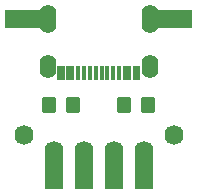
<source format=gbr>
%TF.GenerationSoftware,KiCad,Pcbnew,7.0.1*%
%TF.CreationDate,2023-06-12T18:20:00+05:30*%
%TF.ProjectId,type-C-Breakout,74797065-2d43-42d4-9272-65616b6f7574,rev?*%
%TF.SameCoordinates,Original*%
%TF.FileFunction,Soldermask,Top*%
%TF.FilePolarity,Negative*%
%FSLAX46Y46*%
G04 Gerber Fmt 4.6, Leading zero omitted, Abs format (unit mm)*
G04 Created by KiCad (PCBNEW 7.0.1) date 2023-06-12 18:20:00*
%MOMM*%
%LPD*%
G01*
G04 APERTURE LIST*
G04 Aperture macros list*
%AMRoundRect*
0 Rectangle with rounded corners*
0 $1 Rounding radius*
0 $2 $3 $4 $5 $6 $7 $8 $9 X,Y pos of 4 corners*
0 Add a 4 corners polygon primitive as box body*
4,1,4,$2,$3,$4,$5,$6,$7,$8,$9,$2,$3,0*
0 Add four circle primitives for the rounded corners*
1,1,$1+$1,$2,$3*
1,1,$1+$1,$4,$5*
1,1,$1+$1,$6,$7*
1,1,$1+$1,$8,$9*
0 Add four rect primitives between the rounded corners*
20,1,$1+$1,$2,$3,$4,$5,0*
20,1,$1+$1,$4,$5,$6,$7,0*
20,1,$1+$1,$6,$7,$8,$9,0*
20,1,$1+$1,$8,$9,$2,$3,0*%
G04 Aperture macros list end*
%ADD10R,1.600000X3.200000*%
%ADD11O,1.600000X1.700000*%
%ADD12R,3.200000X1.600000*%
%ADD13R,0.300000X1.200000*%
%ADD14C,1.400000*%
%ADD15RoundRect,0.250000X-0.350000X-0.450000X0.350000X-0.450000X0.350000X0.450000X-0.350000X0.450000X0*%
%ADD16RoundRect,0.250000X0.350000X0.450000X-0.350000X0.450000X-0.350000X-0.450000X0.350000X-0.450000X0*%
G04 APERTURE END LIST*
D10*
%TO.C,J2*%
X129720000Y-99542500D03*
D11*
X129720000Y-97932500D03*
D10*
X132260000Y-99542500D03*
D11*
X132260000Y-97932500D03*
D10*
X134800000Y-99542500D03*
D11*
X134800000Y-97932500D03*
D10*
X137340000Y-99542500D03*
D11*
X137340000Y-97932500D03*
%TD*%
D12*
%TO.C,*%
X127166202Y-86712260D03*
%TD*%
D13*
%TO.C,J1*%
X136865000Y-91275000D03*
X136065000Y-91275000D03*
X134765000Y-91275000D03*
X133765000Y-91275000D03*
X133265000Y-91275000D03*
X132265000Y-91275000D03*
X130965000Y-91275000D03*
X130165000Y-91275000D03*
X130465000Y-91275000D03*
X131265000Y-91275000D03*
X131765000Y-91275000D03*
X132765000Y-91275000D03*
X134265000Y-91275000D03*
X135265000Y-91275000D03*
X135765000Y-91275000D03*
X136565000Y-91275000D03*
D14*
X137835000Y-90995000D03*
X137835000Y-90405000D03*
X137835000Y-87205000D03*
X137835000Y-86700000D03*
X137835000Y-86205000D03*
X129195000Y-90995000D03*
X129195000Y-90405000D03*
X129195000Y-87195000D03*
X129195000Y-86700000D03*
X129195000Y-86205000D03*
%TD*%
D15*
%TO.C,R2*%
X135690000Y-94040000D03*
X137690000Y-94040000D03*
%TD*%
D11*
%TO.C,*%
X127163303Y-96529623D03*
%TD*%
%TO.C,*%
X139866806Y-96520000D03*
%TD*%
D12*
%TO.C,*%
X139855966Y-86708435D03*
%TD*%
D16*
%TO.C,R1*%
X131340000Y-94040000D03*
X129340000Y-94040000D03*
%TD*%
M02*

</source>
